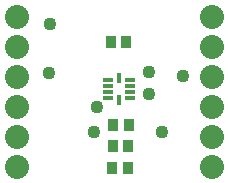
<source format=gts>
G75*
%MOIN*%
%OFA0B0*%
%FSLAX24Y24*%
%IPPOS*%
%LPD*%
%AMOC8*
5,1,8,0,0,1.08239X$1,22.5*
%
%ADD10R,0.0336X0.0414*%
%ADD11R,0.0178X0.0375*%
%ADD12R,0.0375X0.0178*%
%ADD13C,0.0800*%
%ADD14C,0.0436*%
D10*
X004665Y000949D03*
X005177Y000949D03*
X005185Y001685D03*
X004673Y001685D03*
X004689Y002374D03*
X005201Y002374D03*
X005126Y005150D03*
X004614Y005150D03*
D11*
X004890Y003957D03*
X004890Y003209D03*
D12*
X005264Y003287D03*
X005264Y003484D03*
X005264Y003681D03*
X005264Y003878D03*
X004516Y003878D03*
X004516Y003681D03*
X004516Y003484D03*
X004516Y003287D03*
D13*
X001500Y001000D03*
X001500Y002000D03*
X001500Y003000D03*
X001500Y004000D03*
X001500Y005000D03*
X001500Y006000D03*
X008000Y006000D03*
X008000Y005000D03*
X008000Y004000D03*
X008000Y003000D03*
X008000Y002000D03*
X008000Y001000D03*
D14*
X006323Y002157D03*
X005878Y003425D03*
X005898Y004165D03*
X007008Y004020D03*
X004142Y003000D03*
X004063Y002150D03*
X002551Y004106D03*
X002594Y005740D03*
M02*

</source>
